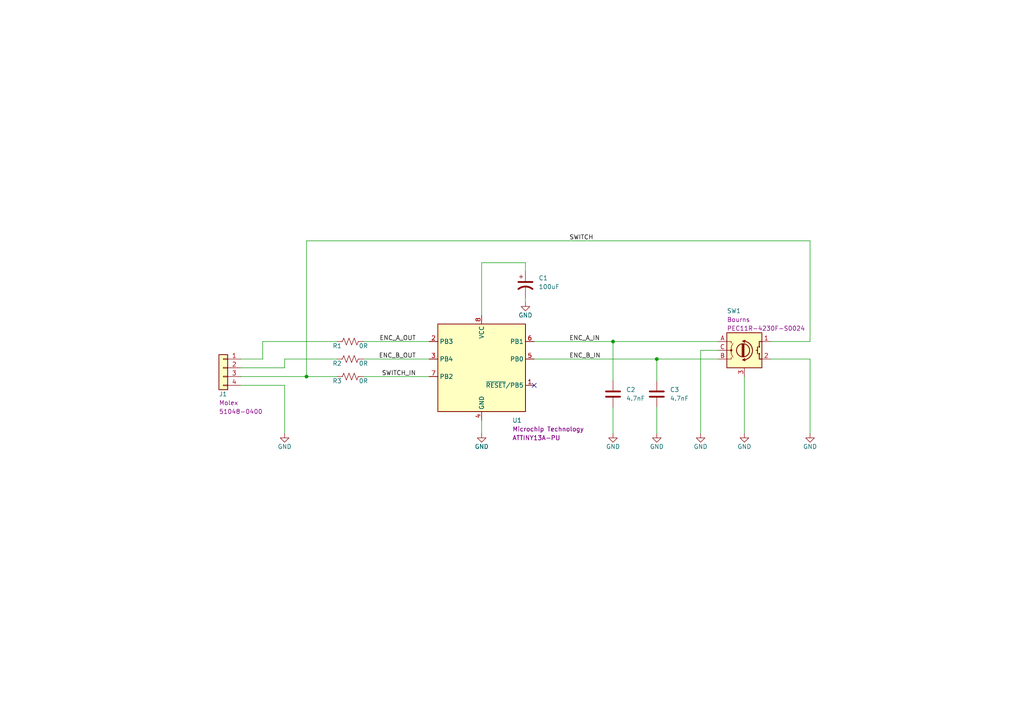
<source format=kicad_sch>
(kicad_sch (version 20211123) (generator eeschema)
  (paper "A4")
  (title_block (title "REPLACEMENT ENC. BOARD FOR ROLAND 70896167") (date "2022-04-09") (rev "0") (company "Homo Electromagneticus"))
  (lib_symbols
    (symbol "Connector_Generic:Conn_01x04" (pin_names (offset 1.016) hide)
      (property "Reference" "J" (at 0 5.08 0))
      (property "Value" "Conn_01x04" (at 0 -7.62 0))
      (symbol "Conn_01x04_1_1"
        (rectangle (start -1.27 -4.953) (end 0 -5.207) (stroke (width 0.1524)))
        (rectangle (start -1.27 -2.413) (end 0 -2.667) (stroke (width 0.1524)))
        (rectangle (start -1.27 0.127) (end 0 -0.127) (stroke (width 0.1524)))
        (rectangle (start -1.27 2.667) (end 0 2.413) (stroke (width 0.1524)))
        (rectangle (start -1.27 3.81) (end 1.27 -6.35) (stroke (width 0.254)) (fill (type background)))
        (pin passive line (at -5.08 2.54 0) (length 3.81) (name "Pin_1") (number "1"))
        (pin passive line (at -5.08 0 0) (length 3.81) (name "Pin_2") (number "2"))
        (pin passive line (at -5.08 -2.54 0) (length 3.81) (name "Pin_3") (number "3"))
        (pin passive line (at -5.08 -5.08 0) (length 3.81) (name "Pin_4") (number "4"))
      )
    )
    (symbol "Device:C" (pin_numbers hide) (pin_names (offset 0.254))
      (property "Reference" "C" (at 0.635 2.54 0))
      (property "Value" "C" (at 0.635 -2.54 0))
      (symbol "C_0_1"
        (polyline (pts (xy -2.032 -0.762) (xy 2.032 -0.762)) (stroke (width 0.508)))
        (polyline (pts (xy -2.032 0.762) (xy 2.032 0.762)) (stroke (width 0.508)))
      )
      (symbol "C_1_1"
        (pin passive line (at 0 3.81 270) (length 2.794) (name "~") (number "1"))
        (pin passive line (at 0 -3.81 90) (length 2.794) (name "~") (number "2"))
      )
    )
    (symbol "Device:C_Polarized_US" (pin_numbers hide) (pin_names (offset 0.254) hide)
      (property "Reference" "C" (at 0.635 2.54 0))
      (property "Value" "C_Polarized_US" (at 0.635 -2.54 0))
      (symbol "C_Polarized_US_0_1"
        (polyline (pts (xy -2.032 0.762) (xy 2.032 0.762)) (stroke (width 0.508)))
        (polyline (pts (xy -1.778 2.286) (xy -0.762 2.286)))
        (polyline (pts (xy -1.27 1.778) (xy -1.27 2.794)))
        (arc (start 2.032 -1.27) (mid 0 -0.5572) (end -2.032 -1.27) (stroke (width 0.508)))
      )
      (symbol "C_Polarized_US_1_1"
        (pin passive line (at 0 3.81 270) (length 2.794) (name "~") (number "1"))
        (pin passive line (at 0 -3.81 90) (length 3.302) (name "~") (number "2"))
      )
    )
    (symbol "Device:R_US" (pin_numbers hide) (pin_names (offset 0))
      (property "Reference" "R" (at 2.54 0 90))
      (property "Value" "R_US" (at -2.54 0 90))
      (symbol "R_US_0_1"
        (polyline (pts (xy 0 -2.286) (xy 0 -2.54)))
        (polyline (pts (xy 0 2.286) (xy 0 2.54)))
        (polyline (pts (xy 0 -0.762) (xy 1.016 -1.143) (xy 0 -1.524) (xy -1.016 -1.905) (xy 0 -2.286)))
        (polyline (pts (xy 0 0.762) (xy 1.016 0.381) (xy 0 0) (xy -1.016 -0.381) (xy 0 -0.762)))
        (polyline (pts (xy 0 2.286) (xy 1.016 1.905) (xy 0 1.524) (xy -1.016 1.143) (xy 0 0.762)))
      )
      (symbol "R_US_1_1"
        (pin passive line (at 0 3.81 270) (length 1.27) (name "~") (number "1"))
        (pin passive line (at 0 -3.81 90) (length 1.27) (name "~") (number "2"))
      )
    )
    (symbol "Device:RotaryEncoder_Switch" (pin_names (offset 0.254) hide)
      (property "Reference" "SW1" (at 0 10.16 0))
      (property "Value" "RotaryEncoder_Switch" (at 0 7.62 0))
      (symbol "RotaryEncoder_Switch_0_1"
        (rectangle (start -5.08 5.08) (end 5.08 -5.08) (stroke (width 0.254)) (fill (type background)))
        (circle (center -3.81 0) (radius 0.254) (fill (type outline)))
        (arc (start -0.381 -2.794) (mid 2.3622 -0.0508) (end -0.381 2.667) (stroke (width 0.254)))
        (circle (center -0.381 0) (radius 1.905) (stroke (width 0.254)))
        (polyline (pts (xy -0.635 -1.778) (xy -0.635 1.778)) (stroke (width 0.254)))
        (polyline (pts (xy -0.381 -1.778) (xy -0.381 1.778)) (stroke (width 0.254)))
        (polyline (pts (xy -0.127 1.778) (xy -0.127 -1.778)) (stroke (width 0.254)))
        (polyline (pts (xy 3.81 0) (xy 3.429 0)) (stroke (width 0.254)))
        (polyline (pts (xy 3.81 1.016) (xy 3.81 -1.016)) (stroke (width 0.254)))
        (polyline (pts (xy -5.08 -2.54) (xy -3.81 -2.54) (xy -3.81 -2.032)))
        (polyline (pts (xy -5.08 2.54) (xy -3.81 2.54) (xy -3.81 2.032)))
        (polyline (pts (xy 0.254 -3.048) (xy -0.508 -2.794) (xy 0.127 -2.413)) (stroke (width 0.254)))
        (polyline (pts (xy 0.254 2.921) (xy -0.508 2.667) (xy 0.127 2.286)) (stroke (width 0.254)))
        (polyline (pts (xy 5.08 -2.54) (xy 4.318 -2.54) (xy 4.318 -1.016)) (stroke (width 0.254)))
        (polyline (pts (xy 5.08 2.54) (xy 4.318 2.54) (xy 4.318 1.016)) (stroke (width 0.254)))
        (polyline (pts (xy -5.08 0) (xy -3.81 0) (xy -3.81 -1.016) (xy -3.302 -2.032)))
        (polyline (pts (xy -4.318 0) (xy -3.81 0) (xy -3.81 1.016) (xy -3.302 2.032)))
        (circle (center 4.318 -1.016) (radius 0.127) (stroke (width 0.254)))
        (circle (center 4.318 1.016) (radius 0.127) (stroke (width 0.254)))
      )
      (symbol "RotaryEncoder_Switch_1_1"
        (pin passive line (at 7.62 2.54 180) (length 2.54) (name "S1") (number "1"))
        (pin passive line (at 7.62 -2.54 180) (length 2.54) (name "S2") (number "2"))
        (pin passive line (at 0 -7.62 90) (length 2.54) (name "Chassis") (number "3"))
        (pin passive line (at -7.62 2.54 0) (length 2.54) (name "A") (number "A"))
        (pin passive line (at -7.62 -2.54 0) (length 2.54) (name "B") (number "B"))
        (pin passive line (at -7.62 0 0) (length 2.54) (name "C") (number "C"))
      )
    )
    (symbol "MCU_Microchip_ATtiny:ATtiny13A-P"
      (property "Reference" "U1" (at 8.89 -15.24 0))
      (property "Manuf" "Microchip Technology" (at 8.89 -17.78 0))
      (property "Manuf PN" "ATTINY13A-PU" (at 8.89 -20.32 0))
      (symbol "ATtiny13A-P_0_1"
        (rectangle (start -12.7 -12.7) (end 12.7 12.7) (stroke (width 0.254)) (fill (type background)))
      )
      (symbol "ATtiny13A-P_1_1"
        (pin bidirectional line (at 15.24 -5.08 180) (length 2.54) (name "~{RESET}/PB5") (number "1"))
        (pin bidirectional line (at -15.24 7.62 0) (length 2.54) (name "PB3") (number "2"))
        (pin bidirectional line (at -15.24 2.54 0) (length 2.54) (name "PB4") (number "3"))
        (pin power_in line (at 0 -15.24 90) (length 2.54) (name "GND") (number "4"))
        (pin bidirectional line (at 15.24 2.54 180) (length 2.54) (name "PB0") (number "5"))
        (pin bidirectional line (at 15.24 7.62 180) (length 2.54) (name "PB1") (number "6"))
        (pin bidirectional line (at -15.24 -2.54 0) (length 2.54) (name "PB2") (number "7"))
        (pin power_in line (at 0 15.24 270) (length 2.54) (name "VCC") (number "8"))
      )
    )
    (symbol "power:GND" (power) (pin_names (offset 0))
      (property "Value" "GND" (at 0 -3.81 0))
      (symbol "GND_0_1"
        (polyline (pts (xy 0 0) (xy 0 -1.27) (xy 1.27 -1.27) (xy 0 -2.54) (xy -1.27 -1.27) (xy 0 -1.27)))
      )
      (symbol "GND_1_1"
        (pin power_in line (at 0 0 270) (length 0) hide (name "GND") (number "1"))
      )
    )
  )
  (junction (at 190.5 104.14))
  (junction (at 88.9 109.22))
  (junction (at 177.8 99.06))
  (no_connect (at 154.94 111.76))
  (wire (pts (xy 177.8 99.06) (xy 208.28 99.06)))
  (wire (pts (xy 69.85 109.22) (xy 88.9 109.22)))
  (wire (pts (xy 234.95 125.73) (xy 234.95 104.14)))
  (wire (pts (xy 190.5 104.14) (xy 208.28 104.14)))
  (wire (pts (xy 97.79 99.06) (xy 76.2 99.06)))
  (wire (pts (xy 105.41 99.06) (xy 124.46 99.06)))
  (wire (pts (xy 152.4 87.63) (xy 152.4 86.36)))
  (wire (pts (xy 177.8 118.11) (xy 177.8 125.73)))
  (wire (pts (xy 139.7 121.92) (xy 139.7 125.73)))
  (wire (pts (xy 190.5 104.14) (xy 190.5 110.49)))
  (wire (pts (xy 177.8 99.06) (xy 177.8 110.49)))
  (wire (pts (xy 154.94 99.06) (xy 177.8 99.06)))
  (wire (pts (xy 76.2 99.06) (xy 76.2 104.14)))
  (wire (pts (xy 139.7 76.2) (xy 152.4 76.2)))
  (wire (pts (xy 88.9 109.22) (xy 88.9 69.85)))
  (wire (pts (xy 97.79 104.14) (xy 82.55 104.14)))
  (wire (pts (xy 69.85 104.14) (xy 76.2 104.14)))
  (wire (pts (xy 105.41 109.22) (xy 124.46 109.22)))
  (wire (pts (xy 88.9 109.22) (xy 97.79 109.22)))
  (wire (pts (xy 203.2 101.6) (xy 208.28 101.6)))
  (wire (pts (xy 234.95 69.85) (xy 234.95 99.06)))
  (wire (pts (xy 154.94 104.14) (xy 190.5 104.14)))
  (wire (pts (xy 88.9 69.85) (xy 234.95 69.85)))
  (wire (pts (xy 223.52 104.14) (xy 234.95 104.14)))
  (wire (pts (xy 105.41 104.14) (xy 124.46 104.14)))
  (wire (pts (xy 82.55 104.14) (xy 82.55 106.68)))
  (wire (pts (xy 152.4 76.2) (xy 152.4 78.74)))
  (wire (pts (xy 215.9 109.22) (xy 215.9 125.73)))
  (wire (pts (xy 190.5 118.11) (xy 190.5 125.73)))
  (wire (pts (xy 82.55 111.76) (xy 69.85 111.76)))
  (wire (pts (xy 203.2 101.6) (xy 203.2 125.73)))
  (wire (pts (xy 139.7 91.44) (xy 139.7 76.2)))
  (wire (pts (xy 223.52 99.06) (xy 234.95 99.06)))
  (wire (pts (xy 82.55 125.73) (xy 82.55 111.76)))
  (wire (pts (xy 69.85 106.68) (xy 82.55 106.68)))
  (label "SWITCH" (at 165.1 69.85 0))
  (label "ENC_B_IN" (at 165.1 104.14 0))
  (label "SWITCH_IN" (at 120.65 109.22 180))
  (label "ENC_A_IN" (at 165.1 99.06 0))
  (label "ENC_A_OUT" (at 120.65 99.06 180))
  (label "ENC_B_OUT" (at 120.65 104.14 180))
  (symbol (lib_id "Device:R_US") (at 101.6 109.22 90) (unit 1)
    (property "Reference" "R3" (at 97.79 110.49 90))
    (property "Value" "0R" (at 105.41 110.49 90))
    (property "Footprint" "Resistor_THT:R_Axial_DIN0207_L6.3mm_D2.5mm_P7.62mm_Horizontal" (effects hide))
  )
  (symbol (lib_id "power:GND") (at 139.7 125.73 0) (unit 1)
    (property "Reference" "#PWR02" (effects hide))
    (property "Value" "GND" (at 139.7 129.54 0))
  )
  (symbol (lib_id "power:GND") (at 215.9 125.73 0) (unit 1)
    (property "Reference" "#PWR0101" (effects hide))
    (property "Value" "GND" (at 215.9 129.54 0))
  )
  (symbol (lib_id "Device:C_Polarized_US") (at 152.4 82.55 0) (unit 1)
    (property "Reference" "C1" (at 156.21 80.6449 0) (effects (justify left)))
    (property "Value" "100uF" (at 156.21 83.1849 0) (effects (justify left)))
    (property "Footprint" "Capacitor_THT:CP_Radial_D5.0mm_P2.00mm" (effects hide))
  )
  (symbol (lib_id "Connector_Generic:Conn_01x04") (at 64.77 106.68 0) (mirror y) (unit 1)
    (property "Reference" "J1" (at 63.5 114.3 0) (effects (justify right)))
    (property "Value" "Conn_01x04" (effects hide))
    (property "Footprint" "encoders:Molex_51048-0400" (effects hide))
    (property "Datasheet" "https://www.molex.com/pdm_docs/sd/510480400_sd.pdf" (effects hide))
    (property "Manuf" "Molex" (at 63.5 116.84 0) (effects (justify right)))
    (property "Manuf PN" "51048-0400" (at 63.5 119.38 0) (effects (justify right)))
  )
  (symbol (lib_id "Device:C") (at 190.5 114.3 0) (unit 1)
    (property "Reference" "C3" (at 194.31 113.0299 0) (effects (justify left)))
    (property "Value" "4.7nF" (at 194.31 115.5699 0) (effects (justify left)))
    (property "Footprint" "Capacitor_THT:C_Rect_L7.0mm_W2.0mm_P5.00mm" (effects hide))
  )
  (symbol (lib_id "power:GND") (at 203.2 125.73 0) (unit 1)
    (property "Reference" "#PWR06" (effects hide))
    (property "Value" "GND" (at 203.2 129.54 0))
  )
  (symbol (lib_id "power:GND") (at 152.4 87.63 0) (unit 1)
    (property "Reference" "#PWR03" (effects hide))
    (property "Value" "GND" (at 152.4 91.44 0))
  )
  (symbol (lib_id "power:GND") (at 177.8 125.73 0) (unit 1)
    (property "Reference" "#PWR04" (effects hide))
    (property "Value" "GND" (at 177.8 129.54 0))
  )
  (symbol (lib_id "power:GND") (at 82.55 125.73 0) (unit 1)
    (property "Reference" "#PWR01" (effects hide))
    (property "Value" "GND" (at 82.55 129.54 0))
  )
  (symbol (lib_id "power:GND") (at 190.5 125.73 0) (unit 1)
    (property "Reference" "#PWR05" (effects hide))
    (property "Value" "GND" (at 190.5 129.54 0))
  )
  (symbol (lib_id "MCU_Microchip_ATtiny:ATtiny13A-P") (at 139.7 106.68 0) (unit 1)
    (property "Reference" "U1" (at 148.59 121.92 0) (effects (justify left)))
    (property "Value" "ATtiny13A-P" (effects hide))
    (property "Footprint" "Package_DIP:DIP-8_W7.62mm" (effects hide))
    (property "Datasheet" "http://ww1.microchip.com/downloads/en/DeviceDoc/doc8126.pdf" (effects hide))
    (property "Manuf" "Microchip Technology" (at 148.59 124.46 0) (effects (justify left)))
    (property "Manuf PN" "ATTINY13A-PU" (at 148.59 127 0) (effects (justify left)))
  )
  (symbol (lib_id "Device:R_US") (at 101.6 104.14 90) (unit 1)
    (property "Reference" "R2" (at 97.79 105.41 90))
    (property "Value" "0R" (at 105.41 105.41 90))
    (property "Footprint" "Resistor_THT:R_Axial_DIN0207_L6.3mm_D2.5mm_P7.62mm_Horizontal" (effects hide))
  )
  (symbol (lib_id "power:GND") (at 234.95 125.73 0) (unit 1)
    (property "Reference" "#PWR07" (effects hide))
    (property "Value" "GND" (at 234.95 129.54 0))
  )
  (symbol (lib_id "Device:RotaryEncoder_Switch") (at 215.9 101.6 0) (unit 1)
    (property "Reference" "SW1" (at 210.82 90.17 0) (effects (justify left)))
    (property "Value" "RotaryEncoder_Switch" (effects hide))
    (property "Footprint" "encoders:Rotary_Encoder_Switched_PEC11R" (effects hide))
    (property "Manuf" "Bourns" (at 210.82 92.71 0) (effects (justify left)))
    (property "Manuf PN" "PEC11R-4230F-S0024" (at 210.82 95.25 0) (effects (justify left)))
  )
  (symbol (lib_id "Device:C") (at 177.8 114.3 0) (unit 1)
    (property "Reference" "C2" (at 181.61 113.0299 0) (effects (justify left)))
    (property "Value" "4.7nF" (at 181.61 115.5699 0) (effects (justify left)))
    (property "Footprint" "Capacitor_THT:C_Rect_L7.0mm_W2.0mm_P5.00mm" (effects hide))
  )
  (symbol (lib_id "Device:R_US") (at 101.6 99.06 90) (unit 1)
    (property "Reference" "R1" (at 97.79 100.33 90))
    (property "Value" "0R" (at 105.41 100.33 90))
    (property "Footprint" "Resistor_THT:R_Axial_DIN0207_L6.3mm_D2.5mm_P7.62mm_Horizontal" (effects hide))
  )
)
</source>
